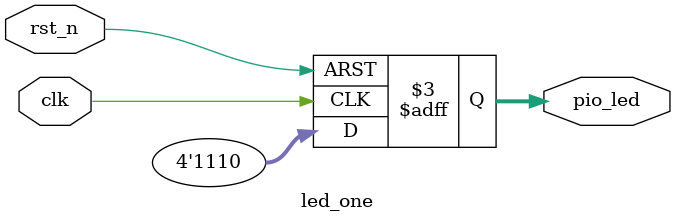
<source format=v>
module led_one(clk, rst_n, pio_led);

	input clk, rst_n;
	
	output reg [3:0] pio_led;

	always @ (posedge clk or negedge rst_n)
		begin
			if (!rst_n)
				begin
					pio_led <= 4'b1111;
				end
			else
				pio_led <= 4'b1110;
		end	

endmodule

</source>
